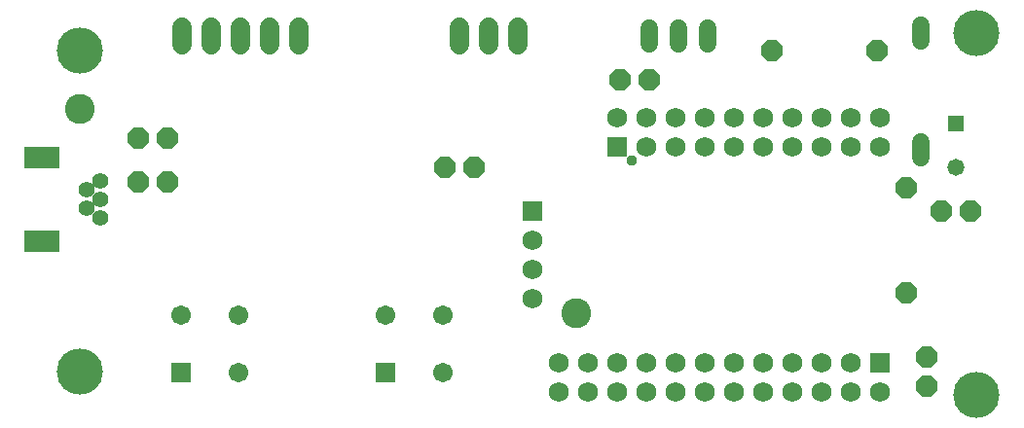
<source format=gbr>
G04 EAGLE Gerber RS-274X export*
G75*
%MOMM*%
%FSLAX34Y34*%
%LPD*%
%INSoldermask Bottom*%
%IPPOS*%
%AMOC8*
5,1,8,0,0,1.08239X$1,22.5*%
G01*
%ADD10C,4.013200*%
%ADD11R,3.101391X1.897569*%
%ADD12R,3.102441X1.907250*%
%ADD13C,1.411200*%
%ADD14C,0.903200*%
%ADD15C,1.727200*%
%ADD16R,1.727200X1.727200*%
%ADD17C,1.727200*%
%ADD18R,1.711200X1.711200*%
%ADD19C,1.711200*%
%ADD20P,2.034460X8X22.500000*%
%ADD21P,2.034460X8X202.500000*%
%ADD22C,1.524000*%
%ADD23R,1.473200X1.473200*%
%ADD24C,1.473200*%
%ADD25C,2.603200*%
%ADD26P,2.034460X8X112.500000*%
%ADD27P,2.034460X8X292.500000*%
%ADD28C,0.959600*%


D10*
X50800Y330200D03*
X50800Y50800D03*
X830580Y30480D03*
X830580Y345440D03*
D11*
X17787Y164148D03*
D12*
X17792Y237196D03*
D13*
X68280Y200660D03*
X68280Y184660D03*
X56280Y208660D03*
X56280Y192660D03*
X68280Y216660D03*
D14*
X17780Y164160D03*
X17780Y237160D03*
D15*
X381000Y335280D02*
X381000Y350520D01*
X406400Y350520D02*
X406400Y335280D01*
X431800Y335280D02*
X431800Y350520D01*
D16*
X444500Y190500D03*
D17*
X444500Y165100D03*
X444500Y139700D03*
X444500Y114300D03*
D16*
X518160Y246380D03*
D17*
X518160Y271780D03*
X543560Y246380D03*
X543560Y271780D03*
X568960Y246380D03*
X568960Y271780D03*
X594360Y246380D03*
X594360Y271780D03*
X619760Y246380D03*
X619760Y271780D03*
X645160Y246380D03*
X645160Y271780D03*
X670560Y246380D03*
X670560Y271780D03*
X695960Y246380D03*
X695960Y271780D03*
X721360Y246380D03*
X721360Y271780D03*
X746760Y246380D03*
X746760Y271780D03*
D16*
X746760Y58420D03*
D17*
X746760Y33020D03*
X721360Y58420D03*
X721360Y33020D03*
X695960Y58420D03*
X695960Y33020D03*
X670560Y58420D03*
X670560Y33020D03*
X645160Y58420D03*
X645160Y33020D03*
X619760Y58420D03*
X619760Y33020D03*
X594360Y58420D03*
X594360Y33020D03*
X568960Y58420D03*
X568960Y33020D03*
X543560Y58420D03*
X543560Y33020D03*
X518160Y58420D03*
X518160Y33020D03*
X492760Y58420D03*
X492760Y33020D03*
X467360Y58420D03*
X467360Y33020D03*
D18*
X138900Y50000D03*
D19*
X188900Y50000D03*
X188900Y100000D03*
X138900Y100000D03*
D18*
X316700Y50000D03*
D19*
X366700Y50000D03*
X366700Y100000D03*
X316700Y100000D03*
D20*
X101600Y215900D03*
X127000Y215900D03*
X101600Y254000D03*
X127000Y254000D03*
D21*
X546100Y304800D03*
X520700Y304800D03*
X393700Y228600D03*
X368300Y228600D03*
D15*
X139700Y335280D02*
X139700Y350520D01*
X165100Y350520D02*
X165100Y335280D01*
X190500Y335280D02*
X190500Y350520D01*
X215900Y350520D02*
X215900Y335280D01*
X241300Y335280D02*
X241300Y350520D01*
D22*
X596900Y349504D02*
X596900Y336296D01*
X546100Y336296D02*
X546100Y349504D01*
X571500Y349504D02*
X571500Y336296D01*
D21*
X744220Y330200D03*
X652780Y330200D03*
D23*
X812800Y266700D03*
D24*
X812800Y228600D03*
D20*
X800100Y190500D03*
X825500Y190500D03*
D25*
X482600Y101600D03*
X50800Y279400D03*
D26*
X787400Y38100D03*
X787400Y63500D03*
D22*
X782320Y237236D02*
X782320Y250444D01*
X782320Y338836D02*
X782320Y352044D01*
D27*
X769620Y210820D03*
X769620Y119380D03*
D28*
X530352Y234696D03*
M02*

</source>
